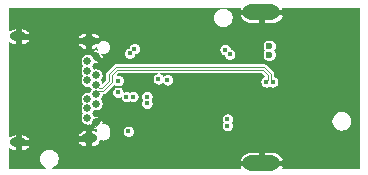
<source format=gbr>
%TF.GenerationSoftware,KiCad,Pcbnew,(5.1.10)-1*%
%TF.CreationDate,2022-01-31T11:01:00+08:00*%
%TF.ProjectId,VL160,564c3136-302e-46b6-9963-61645f706362,rev?*%
%TF.SameCoordinates,Original*%
%TF.FileFunction,Copper,L3,Inr*%
%TF.FilePolarity,Positive*%
%FSLAX46Y46*%
G04 Gerber Fmt 4.6, Leading zero omitted, Abs format (unit mm)*
G04 Created by KiCad (PCBNEW (5.1.10)-1) date 2022-01-31 11:01:00*
%MOMM*%
%LPD*%
G01*
G04 APERTURE LIST*
%TA.AperFunction,ComponentPad*%
%ADD10C,0.650000*%
%TD*%
%TA.AperFunction,ComponentPad*%
%ADD11O,1.400000X0.800000*%
%TD*%
%TA.AperFunction,ComponentPad*%
%ADD12O,3.200400X1.300480*%
%TD*%
%TA.AperFunction,ViaPad*%
%ADD13C,0.450000*%
%TD*%
%TA.AperFunction,ViaPad*%
%ADD14C,0.600000*%
%TD*%
%TA.AperFunction,Conductor*%
%ADD15C,0.117602*%
%TD*%
%TA.AperFunction,Conductor*%
%ADD16C,0.114300*%
%TD*%
%TA.AperFunction,Conductor*%
%ADD17C,0.100000*%
%TD*%
G04 APERTURE END LIST*
D10*
%TO.N,/RX1+*%
%TO.C,J1*%
X133820000Y-94755000D03*
%TO.N,/RX1-*%
X133820000Y-95555000D03*
%TO.N,N/C*%
X133820000Y-96355000D03*
%TO.N,/CC2*%
X133820000Y-97955000D03*
%TO.N,/TX2-*%
X133820000Y-98755000D03*
%TO.N,/TX2+*%
X133820000Y-99555000D03*
%TO.N,GND*%
X134520000Y-94355000D03*
%TO.N,VBUS*%
X134520000Y-95955000D03*
%TO.N,/D-*%
X134520000Y-96755000D03*
%TO.N,/D+*%
X134520000Y-97555000D03*
%TO.N,VBUS*%
X134520000Y-98355000D03*
%TO.N,GND*%
X134520000Y-99955000D03*
D11*
X127970000Y-92665000D03*
X127970000Y-101645000D03*
X133920000Y-101285000D03*
X133920000Y-93025000D03*
%TD*%
D12*
%TO.N,GND*%
%TO.C,J2*%
X148546820Y-90596720D03*
X148546820Y-103398320D03*
%TD*%
D13*
%TO.N,GND*%
X137287000Y-92870500D03*
X137287000Y-91821000D03*
X137287000Y-92329000D03*
X155702000Y-93345000D03*
X155702000Y-94361000D03*
X155702000Y-93853000D03*
X155702000Y-94869000D03*
X155702000Y-95885000D03*
X155702000Y-95377000D03*
X141097000Y-97536000D03*
X141605000Y-97536000D03*
X142113000Y-97536000D03*
X142113000Y-98171000D03*
X141605000Y-98171000D03*
X141097000Y-98171000D03*
X141097000Y-98806000D03*
X141605000Y-98806000D03*
X142113000Y-98806000D03*
X142113000Y-99441000D03*
X141605000Y-99441000D03*
X141097000Y-99441000D03*
D14*
%TO.N,VBUS*%
X149225000Y-94200500D03*
X149225000Y-93502000D03*
D13*
X137414000Y-94107000D03*
X137795000Y-93726000D03*
%TO.N,/CC1*%
X136421093Y-96405001D03*
X139827000Y-96266000D03*
%TO.N,/D+*%
X148949200Y-96520000D03*
%TO.N,/D-*%
X136406557Y-97395419D03*
X149500800Y-96520000D03*
%TO.N,/TX2+*%
X138863952Y-98330750D03*
%TO.N,/TX2-*%
X138863952Y-97779150D03*
%TO.N,/CC2*%
X137287000Y-100711000D03*
X140598341Y-96351402D03*
%TO.N,/RX1-*%
X137117990Y-97769790D03*
%TO.N,/RX1+*%
X137669590Y-97769790D03*
%TO.N,/TX+*%
X145473979Y-93784979D03*
%TO.N,/TX-*%
X145864021Y-94175021D03*
%TO.N,/RX+*%
X145669000Y-99673200D03*
%TO.N,/RX-*%
X145669000Y-100224800D03*
%TD*%
D15*
%TO.N,/D+*%
X134810399Y-97264601D02*
X135173399Y-97264601D01*
X134520000Y-97555000D02*
X134810399Y-97264601D01*
X135173399Y-97264601D02*
X135872601Y-96565399D01*
X135872601Y-96565399D02*
X135872601Y-95930399D01*
X135872601Y-95930399D02*
X136316399Y-95486601D01*
X136316399Y-95486601D02*
X148671601Y-95486601D01*
X149115399Y-96353801D02*
X148949200Y-96520000D01*
X148671601Y-95486601D02*
X149115399Y-95930399D01*
X149115399Y-95930399D02*
X149115399Y-96353801D01*
%TO.N,/D-*%
X134810399Y-97045399D02*
X135082601Y-97045399D01*
X134520000Y-96755000D02*
X134810399Y-97045399D01*
X135082601Y-97045399D02*
X135653399Y-96474601D01*
X135653399Y-96474601D02*
X135653399Y-95839601D01*
X135653399Y-95839601D02*
X136225601Y-95267399D01*
X136225601Y-95267399D02*
X148762399Y-95267399D01*
X148762399Y-95267399D02*
X149334601Y-95839601D01*
X149334601Y-95839601D02*
X149334601Y-96353801D01*
X149334601Y-96353801D02*
X149500800Y-96520000D01*
%TD*%
D16*
%TO.N,GND*%
X146752780Y-90263727D02*
X146777060Y-90399870D01*
X148349970Y-90399870D01*
X148349970Y-90221450D01*
X148743670Y-90221450D01*
X148743670Y-90399870D01*
X150316580Y-90399870D01*
X150340860Y-90263727D01*
X150325074Y-90221450D01*
X156778551Y-90221450D01*
X156778550Y-103778550D01*
X150323222Y-103778550D01*
X150340860Y-103731313D01*
X150316580Y-103595170D01*
X148743670Y-103595170D01*
X148743670Y-103778550D01*
X148349970Y-103778550D01*
X148349970Y-103595170D01*
X146777060Y-103595170D01*
X146752780Y-103731313D01*
X146770418Y-103778550D01*
X130846296Y-103778550D01*
X130950644Y-103735328D01*
X131087102Y-103644150D01*
X131203150Y-103528102D01*
X131294328Y-103391644D01*
X131357132Y-103240021D01*
X131389150Y-103079058D01*
X131389150Y-103065327D01*
X146752780Y-103065327D01*
X146777060Y-103201470D01*
X148349970Y-103201470D01*
X148349970Y-102490930D01*
X148743670Y-102490930D01*
X148743670Y-103201470D01*
X150316580Y-103201470D01*
X150340860Y-103065327D01*
X150277596Y-102895893D01*
X150164574Y-102753217D01*
X150025889Y-102635332D01*
X149866871Y-102546769D01*
X149693630Y-102490930D01*
X148743670Y-102490930D01*
X148349970Y-102490930D01*
X147400010Y-102490930D01*
X147226769Y-102546769D01*
X147067751Y-102635332D01*
X146929066Y-102753217D01*
X146816044Y-102895893D01*
X146752780Y-103065327D01*
X131389150Y-103065327D01*
X131389150Y-102914942D01*
X131357132Y-102753979D01*
X131294328Y-102602356D01*
X131203150Y-102465898D01*
X131087102Y-102349850D01*
X130950644Y-102258672D01*
X130799021Y-102195868D01*
X130638058Y-102163850D01*
X130473942Y-102163850D01*
X130312979Y-102195868D01*
X130161356Y-102258672D01*
X130024898Y-102349850D01*
X129908850Y-102465898D01*
X129817672Y-102602356D01*
X129754868Y-102753979D01*
X129722850Y-102914942D01*
X129722850Y-103079058D01*
X129754868Y-103240021D01*
X129817672Y-103391644D01*
X129908850Y-103528102D01*
X130024898Y-103644150D01*
X130161356Y-103735328D01*
X130265704Y-103778550D01*
X127221450Y-103778550D01*
X127221450Y-102152540D01*
X127289310Y-102208786D01*
X127406614Y-102272222D01*
X127534040Y-102311554D01*
X127666691Y-102325271D01*
X127773150Y-102253126D01*
X127773150Y-101841850D01*
X128166850Y-101841850D01*
X128166850Y-102253126D01*
X128273309Y-102325271D01*
X128405960Y-102311554D01*
X128533386Y-102272222D01*
X128650690Y-102208786D01*
X128753364Y-102123684D01*
X128837463Y-102020187D01*
X128858461Y-101937507D01*
X128829229Y-101841850D01*
X128166850Y-101841850D01*
X127773150Y-101841850D01*
X127753150Y-101841850D01*
X127753150Y-101577507D01*
X133031539Y-101577507D01*
X133052537Y-101660187D01*
X133136636Y-101763684D01*
X133239310Y-101848786D01*
X133356614Y-101912222D01*
X133484040Y-101951554D01*
X133616691Y-101965271D01*
X133723150Y-101893126D01*
X133723150Y-101481850D01*
X133060771Y-101481850D01*
X133031539Y-101577507D01*
X127753150Y-101577507D01*
X127753150Y-101448150D01*
X127773150Y-101448150D01*
X127773150Y-101036874D01*
X128166850Y-101036874D01*
X128166850Y-101448150D01*
X128829229Y-101448150D01*
X128858461Y-101352493D01*
X128837463Y-101269813D01*
X128753364Y-101166316D01*
X128650690Y-101081214D01*
X128533386Y-101017778D01*
X128451469Y-100992493D01*
X133031539Y-100992493D01*
X133060771Y-101088150D01*
X133723150Y-101088150D01*
X133723150Y-100676874D01*
X134116850Y-100676874D01*
X134116850Y-101088150D01*
X134136850Y-101088150D01*
X134136850Y-101481850D01*
X134116850Y-101481850D01*
X134116850Y-101893126D01*
X134223309Y-101965271D01*
X134355960Y-101951554D01*
X134483386Y-101912222D01*
X134600690Y-101848786D01*
X134703364Y-101763684D01*
X134787463Y-101660187D01*
X134808461Y-101577507D01*
X134779230Y-101481852D01*
X134877150Y-101481852D01*
X134877150Y-101408560D01*
X134946143Y-101445438D01*
X135055879Y-101478726D01*
X135170000Y-101489966D01*
X135284120Y-101478726D01*
X135393856Y-101445438D01*
X135494989Y-101391381D01*
X135583633Y-101318633D01*
X135656381Y-101229990D01*
X135710438Y-101128857D01*
X135743726Y-101019121D01*
X135752150Y-100933591D01*
X135752150Y-100663512D01*
X136804850Y-100663512D01*
X136804850Y-100758488D01*
X136823379Y-100851638D01*
X136859724Y-100939384D01*
X136912490Y-101018353D01*
X136979647Y-101085510D01*
X137058616Y-101138276D01*
X137146362Y-101174621D01*
X137239512Y-101193150D01*
X137334488Y-101193150D01*
X137427638Y-101174621D01*
X137515384Y-101138276D01*
X137594353Y-101085510D01*
X137661510Y-101018353D01*
X137714276Y-100939384D01*
X137750621Y-100851638D01*
X137769150Y-100758488D01*
X137769150Y-100663512D01*
X137750621Y-100570362D01*
X137714276Y-100482616D01*
X137661510Y-100403647D01*
X137594353Y-100336490D01*
X137515384Y-100283724D01*
X137427638Y-100247379D01*
X137334488Y-100228850D01*
X137239512Y-100228850D01*
X137146362Y-100247379D01*
X137058616Y-100283724D01*
X136979647Y-100336490D01*
X136912490Y-100403647D01*
X136859724Y-100482616D01*
X136823379Y-100570362D01*
X136804850Y-100663512D01*
X135752150Y-100663512D01*
X135752150Y-100576410D01*
X135743726Y-100490880D01*
X135710438Y-100381144D01*
X135656381Y-100280010D01*
X135583633Y-100191367D01*
X135494990Y-100118619D01*
X135393857Y-100064562D01*
X135284121Y-100031274D01*
X135170000Y-100020034D01*
X135098845Y-100027042D01*
X135102664Y-100006851D01*
X135101584Y-99892182D01*
X135081354Y-99790473D01*
X135000044Y-99753344D01*
X134798388Y-99955000D01*
X134812530Y-99969142D01*
X134534142Y-100247530D01*
X134520000Y-100233388D01*
X134318344Y-100435044D01*
X134355473Y-100516354D01*
X134468149Y-100537664D01*
X134582818Y-100536584D01*
X134591951Y-100534767D01*
X134587850Y-100576409D01*
X134587850Y-100714270D01*
X134483386Y-100657778D01*
X134355960Y-100618446D01*
X134223309Y-100604729D01*
X134116850Y-100676874D01*
X133723150Y-100676874D01*
X133616691Y-100604729D01*
X133484040Y-100618446D01*
X133356614Y-100657778D01*
X133239310Y-100721214D01*
X133136636Y-100806316D01*
X133052537Y-100909813D01*
X133031539Y-100992493D01*
X128451469Y-100992493D01*
X128405960Y-100978446D01*
X128273309Y-100964729D01*
X128166850Y-101036874D01*
X127773150Y-101036874D01*
X127666691Y-100964729D01*
X127534040Y-100978446D01*
X127406614Y-101017778D01*
X127289310Y-101081214D01*
X127221450Y-101137460D01*
X127221450Y-94697663D01*
X133237850Y-94697663D01*
X133237850Y-94812337D01*
X133260221Y-94924807D01*
X133304105Y-95030752D01*
X133367814Y-95126099D01*
X133396715Y-95155000D01*
X133367814Y-95183901D01*
X133304105Y-95279248D01*
X133260221Y-95385193D01*
X133237850Y-95497663D01*
X133237850Y-95612337D01*
X133260221Y-95724807D01*
X133304105Y-95830752D01*
X133367814Y-95926099D01*
X133396715Y-95955000D01*
X133367814Y-95983901D01*
X133304105Y-96079248D01*
X133260221Y-96185193D01*
X133237850Y-96297663D01*
X133237850Y-96412337D01*
X133260221Y-96524807D01*
X133304105Y-96630752D01*
X133367814Y-96726099D01*
X133448901Y-96807186D01*
X133544248Y-96870895D01*
X133650193Y-96914779D01*
X133762663Y-96937150D01*
X133877337Y-96937150D01*
X133959428Y-96920822D01*
X133960221Y-96924807D01*
X134004105Y-97030752D01*
X134067814Y-97126099D01*
X134096715Y-97155000D01*
X134067814Y-97183901D01*
X134004105Y-97279248D01*
X133960221Y-97385193D01*
X133959428Y-97389178D01*
X133877337Y-97372850D01*
X133762663Y-97372850D01*
X133650193Y-97395221D01*
X133544248Y-97439105D01*
X133448901Y-97502814D01*
X133367814Y-97583901D01*
X133304105Y-97679248D01*
X133260221Y-97785193D01*
X133237850Y-97897663D01*
X133237850Y-98012337D01*
X133260221Y-98124807D01*
X133304105Y-98230752D01*
X133367814Y-98326099D01*
X133396715Y-98355000D01*
X133367814Y-98383901D01*
X133304105Y-98479248D01*
X133260221Y-98585193D01*
X133237850Y-98697663D01*
X133237850Y-98812337D01*
X133260221Y-98924807D01*
X133304105Y-99030752D01*
X133367814Y-99126099D01*
X133396715Y-99155000D01*
X133367814Y-99183901D01*
X133304105Y-99279248D01*
X133260221Y-99385193D01*
X133237850Y-99497663D01*
X133237850Y-99612337D01*
X133260221Y-99724807D01*
X133304105Y-99830752D01*
X133367814Y-99926099D01*
X133448901Y-100007186D01*
X133544248Y-100070895D01*
X133650193Y-100114779D01*
X133762663Y-100137150D01*
X133877337Y-100137150D01*
X133960858Y-100120537D01*
X134039956Y-100156656D01*
X134186057Y-100010555D01*
X134191099Y-100007186D01*
X134272186Y-99926099D01*
X134332510Y-99835818D01*
X134505858Y-99662470D01*
X134520000Y-99676612D01*
X134570900Y-99625712D01*
X145186850Y-99625712D01*
X145186850Y-99720688D01*
X145205379Y-99813838D01*
X145241724Y-99901584D01*
X145273407Y-99949000D01*
X145241724Y-99996416D01*
X145205379Y-100084162D01*
X145186850Y-100177312D01*
X145186850Y-100272288D01*
X145205379Y-100365438D01*
X145241724Y-100453184D01*
X145294490Y-100532153D01*
X145361647Y-100599310D01*
X145440616Y-100652076D01*
X145528362Y-100688421D01*
X145621512Y-100706950D01*
X145716488Y-100706950D01*
X145809638Y-100688421D01*
X145897384Y-100652076D01*
X145976353Y-100599310D01*
X146043510Y-100532153D01*
X146096276Y-100453184D01*
X146132621Y-100365438D01*
X146151150Y-100272288D01*
X146151150Y-100177312D01*
X146132621Y-100084162D01*
X146096276Y-99996416D01*
X146064593Y-99949000D01*
X146096276Y-99901584D01*
X146132621Y-99813838D01*
X146147320Y-99739942D01*
X154487850Y-99739942D01*
X154487850Y-99904058D01*
X154519868Y-100065021D01*
X154582672Y-100216644D01*
X154673850Y-100353102D01*
X154789898Y-100469150D01*
X154926356Y-100560328D01*
X155077979Y-100623132D01*
X155238942Y-100655150D01*
X155403058Y-100655150D01*
X155564021Y-100623132D01*
X155715644Y-100560328D01*
X155852102Y-100469150D01*
X155968150Y-100353102D01*
X156059328Y-100216644D01*
X156122132Y-100065021D01*
X156154150Y-99904058D01*
X156154150Y-99739942D01*
X156122132Y-99578979D01*
X156059328Y-99427356D01*
X155968150Y-99290898D01*
X155852102Y-99174850D01*
X155715644Y-99083672D01*
X155564021Y-99020868D01*
X155403058Y-98988850D01*
X155238942Y-98988850D01*
X155077979Y-99020868D01*
X154926356Y-99083672D01*
X154789898Y-99174850D01*
X154673850Y-99290898D01*
X154582672Y-99427356D01*
X154519868Y-99578979D01*
X154487850Y-99739942D01*
X146147320Y-99739942D01*
X146151150Y-99720688D01*
X146151150Y-99625712D01*
X146132621Y-99532562D01*
X146096276Y-99444816D01*
X146043510Y-99365847D01*
X145976353Y-99298690D01*
X145897384Y-99245924D01*
X145809638Y-99209579D01*
X145716488Y-99191050D01*
X145621512Y-99191050D01*
X145528362Y-99209579D01*
X145440616Y-99245924D01*
X145361647Y-99298690D01*
X145294490Y-99365847D01*
X145241724Y-99444816D01*
X145205379Y-99532562D01*
X145186850Y-99625712D01*
X134570900Y-99625712D01*
X134721656Y-99474956D01*
X134684527Y-99393646D01*
X134571851Y-99372336D01*
X134457182Y-99373416D01*
X134380471Y-99388674D01*
X134379779Y-99385193D01*
X134335895Y-99279248D01*
X134272186Y-99183901D01*
X134243285Y-99155000D01*
X134272186Y-99126099D01*
X134335895Y-99030752D01*
X134379779Y-98924807D01*
X134380572Y-98920822D01*
X134462663Y-98937150D01*
X134577337Y-98937150D01*
X134689807Y-98914779D01*
X134795752Y-98870895D01*
X134891099Y-98807186D01*
X134972186Y-98726099D01*
X135035895Y-98630752D01*
X135079779Y-98524807D01*
X135102150Y-98412337D01*
X135102150Y-98297663D01*
X135079779Y-98185193D01*
X135035895Y-98079248D01*
X134972186Y-97983901D01*
X134943285Y-97955000D01*
X134972186Y-97926099D01*
X135035895Y-97830752D01*
X135079779Y-97724807D01*
X135102150Y-97612337D01*
X135102150Y-97580552D01*
X135157887Y-97580552D01*
X135173399Y-97582080D01*
X135188911Y-97580552D01*
X135188914Y-97580552D01*
X135235336Y-97575980D01*
X135294893Y-97557913D01*
X135349781Y-97528575D01*
X135397891Y-97489093D01*
X135407789Y-97477032D01*
X135536890Y-97347931D01*
X135924407Y-97347931D01*
X135924407Y-97442907D01*
X135942936Y-97536057D01*
X135979281Y-97623803D01*
X136032047Y-97702772D01*
X136099204Y-97769929D01*
X136178173Y-97822695D01*
X136265919Y-97859040D01*
X136359069Y-97877569D01*
X136454045Y-97877569D01*
X136547195Y-97859040D01*
X136634941Y-97822695D01*
X136636686Y-97821529D01*
X136654369Y-97910428D01*
X136690714Y-97998174D01*
X136743480Y-98077143D01*
X136810637Y-98144300D01*
X136889606Y-98197066D01*
X136977352Y-98233411D01*
X137070502Y-98251940D01*
X137165478Y-98251940D01*
X137258628Y-98233411D01*
X137346374Y-98197066D01*
X137393790Y-98165383D01*
X137441206Y-98197066D01*
X137528952Y-98233411D01*
X137622102Y-98251940D01*
X137717078Y-98251940D01*
X137810228Y-98233411D01*
X137897974Y-98197066D01*
X137976943Y-98144300D01*
X138044100Y-98077143D01*
X138096866Y-97998174D01*
X138133211Y-97910428D01*
X138151740Y-97817278D01*
X138151740Y-97731662D01*
X138381802Y-97731662D01*
X138381802Y-97826638D01*
X138400331Y-97919788D01*
X138436676Y-98007534D01*
X138468359Y-98054950D01*
X138436676Y-98102366D01*
X138400331Y-98190112D01*
X138381802Y-98283262D01*
X138381802Y-98378238D01*
X138400331Y-98471388D01*
X138436676Y-98559134D01*
X138489442Y-98638103D01*
X138556599Y-98705260D01*
X138635568Y-98758026D01*
X138723314Y-98794371D01*
X138816464Y-98812900D01*
X138911440Y-98812900D01*
X139004590Y-98794371D01*
X139092336Y-98758026D01*
X139171305Y-98705260D01*
X139238462Y-98638103D01*
X139291228Y-98559134D01*
X139327573Y-98471388D01*
X139346102Y-98378238D01*
X139346102Y-98283262D01*
X139327573Y-98190112D01*
X139291228Y-98102366D01*
X139259545Y-98054950D01*
X139291228Y-98007534D01*
X139327573Y-97919788D01*
X139346102Y-97826638D01*
X139346102Y-97731662D01*
X139327573Y-97638512D01*
X139291228Y-97550766D01*
X139238462Y-97471797D01*
X139171305Y-97404640D01*
X139092336Y-97351874D01*
X139004590Y-97315529D01*
X138911440Y-97297000D01*
X138816464Y-97297000D01*
X138723314Y-97315529D01*
X138635568Y-97351874D01*
X138556599Y-97404640D01*
X138489442Y-97471797D01*
X138436676Y-97550766D01*
X138400331Y-97638512D01*
X138381802Y-97731662D01*
X138151740Y-97731662D01*
X138151740Y-97722302D01*
X138133211Y-97629152D01*
X138096866Y-97541406D01*
X138044100Y-97462437D01*
X137976943Y-97395280D01*
X137897974Y-97342514D01*
X137810228Y-97306169D01*
X137717078Y-97287640D01*
X137622102Y-97287640D01*
X137528952Y-97306169D01*
X137441206Y-97342514D01*
X137393790Y-97374197D01*
X137346374Y-97342514D01*
X137258628Y-97306169D01*
X137165478Y-97287640D01*
X137070502Y-97287640D01*
X136977352Y-97306169D01*
X136889606Y-97342514D01*
X136887861Y-97343680D01*
X136870178Y-97254781D01*
X136833833Y-97167035D01*
X136781067Y-97088066D01*
X136713910Y-97020909D01*
X136634941Y-96968143D01*
X136547195Y-96931798D01*
X136454045Y-96913269D01*
X136359069Y-96913269D01*
X136265919Y-96931798D01*
X136178173Y-96968143D01*
X136099204Y-97020909D01*
X136032047Y-97088066D01*
X135979281Y-97167035D01*
X135942936Y-97254781D01*
X135924407Y-97347931D01*
X135536890Y-97347931D01*
X136085039Y-96799783D01*
X136097093Y-96789891D01*
X136109275Y-96775046D01*
X136113740Y-96779511D01*
X136192709Y-96832277D01*
X136280455Y-96868622D01*
X136373605Y-96887151D01*
X136468581Y-96887151D01*
X136561731Y-96868622D01*
X136649477Y-96832277D01*
X136728446Y-96779511D01*
X136795603Y-96712354D01*
X136848369Y-96633385D01*
X136884714Y-96545639D01*
X136903243Y-96452489D01*
X136903243Y-96357513D01*
X136884714Y-96264363D01*
X136848369Y-96176617D01*
X136795603Y-96097648D01*
X136728446Y-96030491D01*
X136649477Y-95977725D01*
X136561731Y-95941380D01*
X136468581Y-95922851D01*
X136373605Y-95922851D01*
X136315391Y-95934431D01*
X136447270Y-95802552D01*
X139685944Y-95802552D01*
X139598616Y-95838724D01*
X139519647Y-95891490D01*
X139452490Y-95958647D01*
X139399724Y-96037616D01*
X139363379Y-96125362D01*
X139344850Y-96218512D01*
X139344850Y-96313488D01*
X139363379Y-96406638D01*
X139399724Y-96494384D01*
X139452490Y-96573353D01*
X139519647Y-96640510D01*
X139598616Y-96693276D01*
X139686362Y-96729621D01*
X139779512Y-96748150D01*
X139874488Y-96748150D01*
X139967638Y-96729621D01*
X140055384Y-96693276D01*
X140134353Y-96640510D01*
X140180683Y-96594180D01*
X140223831Y-96658755D01*
X140290988Y-96725912D01*
X140369957Y-96778678D01*
X140457703Y-96815023D01*
X140550853Y-96833552D01*
X140645829Y-96833552D01*
X140738979Y-96815023D01*
X140826725Y-96778678D01*
X140905694Y-96725912D01*
X140972851Y-96658755D01*
X141025617Y-96579786D01*
X141061962Y-96492040D01*
X141080491Y-96398890D01*
X141080491Y-96303914D01*
X141061962Y-96210764D01*
X141025617Y-96123018D01*
X140972851Y-96044049D01*
X140905694Y-95976892D01*
X140826725Y-95924126D01*
X140738979Y-95887781D01*
X140645829Y-95869252D01*
X140550853Y-95869252D01*
X140457703Y-95887781D01*
X140369957Y-95924126D01*
X140290988Y-95976892D01*
X140244658Y-96023222D01*
X140201510Y-95958647D01*
X140134353Y-95891490D01*
X140055384Y-95838724D01*
X139968056Y-95802552D01*
X148540731Y-95802552D01*
X148798659Y-96060481D01*
X148720816Y-96092724D01*
X148641847Y-96145490D01*
X148574690Y-96212647D01*
X148521924Y-96291616D01*
X148485579Y-96379362D01*
X148467050Y-96472512D01*
X148467050Y-96567488D01*
X148485579Y-96660638D01*
X148521924Y-96748384D01*
X148574690Y-96827353D01*
X148641847Y-96894510D01*
X148720816Y-96947276D01*
X148808562Y-96983621D01*
X148901712Y-97002150D01*
X148996688Y-97002150D01*
X149089838Y-96983621D01*
X149177584Y-96947276D01*
X149225000Y-96915593D01*
X149272416Y-96947276D01*
X149360162Y-96983621D01*
X149453312Y-97002150D01*
X149548288Y-97002150D01*
X149641438Y-96983621D01*
X149729184Y-96947276D01*
X149808153Y-96894510D01*
X149875310Y-96827353D01*
X149928076Y-96748384D01*
X149964421Y-96660638D01*
X149982950Y-96567488D01*
X149982950Y-96472512D01*
X149964421Y-96379362D01*
X149928076Y-96291616D01*
X149875310Y-96212647D01*
X149808153Y-96145490D01*
X149729184Y-96092724D01*
X149650552Y-96060154D01*
X149650552Y-95855113D01*
X149652080Y-95839601D01*
X149650552Y-95824086D01*
X149645980Y-95777664D01*
X149627913Y-95718107D01*
X149598576Y-95663220D01*
X149598575Y-95663218D01*
X149577129Y-95637087D01*
X149559093Y-95615109D01*
X149547039Y-95605217D01*
X148996789Y-95054968D01*
X148986891Y-95042907D01*
X148938781Y-95003425D01*
X148883893Y-94974087D01*
X148824336Y-94956020D01*
X148777914Y-94951448D01*
X148777911Y-94951448D01*
X148762399Y-94949920D01*
X148746887Y-94951448D01*
X136241113Y-94951448D01*
X136225601Y-94949920D01*
X136210089Y-94951448D01*
X136210086Y-94951448D01*
X136163664Y-94956020D01*
X136108185Y-94972850D01*
X136104107Y-94974087D01*
X136049218Y-95003425D01*
X136030795Y-95018545D01*
X136001109Y-95042907D01*
X135991215Y-95054963D01*
X135440963Y-95605216D01*
X135428908Y-95615109D01*
X135410872Y-95637087D01*
X135389425Y-95663219D01*
X135360087Y-95718108D01*
X135349195Y-95754016D01*
X135343482Y-95772850D01*
X135342021Y-95777665D01*
X135335920Y-95839601D01*
X135337449Y-95855123D01*
X135337448Y-96343730D01*
X135082468Y-96598711D01*
X135079779Y-96585193D01*
X135035895Y-96479248D01*
X134972186Y-96383901D01*
X134943285Y-96355000D01*
X134972186Y-96326099D01*
X135035895Y-96230752D01*
X135079779Y-96124807D01*
X135102150Y-96012337D01*
X135102150Y-95897663D01*
X135079779Y-95785193D01*
X135035895Y-95679248D01*
X134972186Y-95583901D01*
X134891099Y-95502814D01*
X134795752Y-95439105D01*
X134689807Y-95395221D01*
X134577337Y-95372850D01*
X134462663Y-95372850D01*
X134380572Y-95389178D01*
X134379779Y-95385193D01*
X134335895Y-95279248D01*
X134272186Y-95183901D01*
X134243285Y-95155000D01*
X134272186Y-95126099D01*
X134335895Y-95030752D01*
X134379779Y-94924807D01*
X134380518Y-94921091D01*
X134468149Y-94937664D01*
X134582818Y-94936584D01*
X134684527Y-94916354D01*
X134721656Y-94835044D01*
X134520000Y-94633388D01*
X134505858Y-94647530D01*
X134332510Y-94474182D01*
X134272186Y-94383901D01*
X134191099Y-94302814D01*
X134186057Y-94299445D01*
X134039956Y-94153344D01*
X133960858Y-94189463D01*
X133877337Y-94172850D01*
X133762663Y-94172850D01*
X133650193Y-94195221D01*
X133544248Y-94239105D01*
X133448901Y-94302814D01*
X133367814Y-94383901D01*
X133304105Y-94479248D01*
X133260221Y-94585193D01*
X133237850Y-94697663D01*
X127221450Y-94697663D01*
X127221450Y-93172540D01*
X127289310Y-93228786D01*
X127406614Y-93292222D01*
X127534040Y-93331554D01*
X127666691Y-93345271D01*
X127773150Y-93273126D01*
X127773150Y-92861850D01*
X128166850Y-92861850D01*
X128166850Y-93273126D01*
X128273309Y-93345271D01*
X128405960Y-93331554D01*
X128451468Y-93317507D01*
X133031539Y-93317507D01*
X133052537Y-93400187D01*
X133136636Y-93503684D01*
X133239310Y-93588786D01*
X133356614Y-93652222D01*
X133484040Y-93691554D01*
X133616691Y-93705271D01*
X133723150Y-93633126D01*
X133723150Y-93221850D01*
X134116850Y-93221850D01*
X134116850Y-93633126D01*
X134223309Y-93705271D01*
X134355960Y-93691554D01*
X134483386Y-93652222D01*
X134587850Y-93595730D01*
X134587850Y-93612337D01*
X134610221Y-93724807D01*
X134634843Y-93784249D01*
X134571851Y-93772336D01*
X134457182Y-93773416D01*
X134355473Y-93793646D01*
X134318344Y-93874956D01*
X134520000Y-94076612D01*
X134534142Y-94062470D01*
X134812530Y-94340858D01*
X134798388Y-94355000D01*
X135000044Y-94556656D01*
X135081354Y-94519527D01*
X135102664Y-94406851D01*
X135101584Y-94292182D01*
X135081354Y-94190473D01*
X135000046Y-94153345D01*
X135032238Y-94121153D01*
X135112663Y-94137150D01*
X135227337Y-94137150D01*
X135339807Y-94114779D01*
X135445752Y-94070895D01*
X135462787Y-94059512D01*
X136931850Y-94059512D01*
X136931850Y-94154488D01*
X136950379Y-94247638D01*
X136986724Y-94335384D01*
X137039490Y-94414353D01*
X137106647Y-94481510D01*
X137185616Y-94534276D01*
X137273362Y-94570621D01*
X137366512Y-94589150D01*
X137461488Y-94589150D01*
X137554638Y-94570621D01*
X137642384Y-94534276D01*
X137721353Y-94481510D01*
X137788510Y-94414353D01*
X137841276Y-94335384D01*
X137877621Y-94247638D01*
X137887247Y-94199247D01*
X137935638Y-94189621D01*
X138023384Y-94153276D01*
X138102353Y-94100510D01*
X138169510Y-94033353D01*
X138222276Y-93954384D01*
X138258621Y-93866638D01*
X138277150Y-93773488D01*
X138277150Y-93737491D01*
X144991829Y-93737491D01*
X144991829Y-93832467D01*
X145010358Y-93925617D01*
X145046703Y-94013363D01*
X145099469Y-94092332D01*
X145166626Y-94159489D01*
X145245595Y-94212255D01*
X145333341Y-94248600D01*
X145389274Y-94259726D01*
X145400400Y-94315659D01*
X145436745Y-94403405D01*
X145489511Y-94482374D01*
X145556668Y-94549531D01*
X145635637Y-94602297D01*
X145723383Y-94638642D01*
X145816533Y-94657171D01*
X145911509Y-94657171D01*
X146004659Y-94638642D01*
X146092405Y-94602297D01*
X146171374Y-94549531D01*
X146238531Y-94482374D01*
X146291297Y-94403405D01*
X146327642Y-94315659D01*
X146346171Y-94222509D01*
X146346171Y-94127533D01*
X146327642Y-94034383D01*
X146291297Y-93946637D01*
X146238531Y-93867668D01*
X146171374Y-93800511D01*
X146092405Y-93747745D01*
X146004659Y-93711400D01*
X145948726Y-93700274D01*
X145937600Y-93644341D01*
X145901255Y-93556595D01*
X145848489Y-93477626D01*
X145817988Y-93447125D01*
X148667850Y-93447125D01*
X148667850Y-93556875D01*
X148689261Y-93664515D01*
X148731260Y-93765910D01*
X148788282Y-93851250D01*
X148731260Y-93936590D01*
X148689261Y-94037985D01*
X148667850Y-94145625D01*
X148667850Y-94255375D01*
X148689261Y-94363015D01*
X148731260Y-94464410D01*
X148792233Y-94555663D01*
X148869837Y-94633267D01*
X148961090Y-94694240D01*
X149062485Y-94736239D01*
X149170125Y-94757650D01*
X149279875Y-94757650D01*
X149387515Y-94736239D01*
X149488910Y-94694240D01*
X149580163Y-94633267D01*
X149657767Y-94555663D01*
X149718740Y-94464410D01*
X149760739Y-94363015D01*
X149782150Y-94255375D01*
X149782150Y-94145625D01*
X149760739Y-94037985D01*
X149718740Y-93936590D01*
X149661718Y-93851250D01*
X149718740Y-93765910D01*
X149760739Y-93664515D01*
X149782150Y-93556875D01*
X149782150Y-93447125D01*
X149760739Y-93339485D01*
X149718740Y-93238090D01*
X149657767Y-93146837D01*
X149580163Y-93069233D01*
X149488910Y-93008260D01*
X149387515Y-92966261D01*
X149279875Y-92944850D01*
X149170125Y-92944850D01*
X149062485Y-92966261D01*
X148961090Y-93008260D01*
X148869837Y-93069233D01*
X148792233Y-93146837D01*
X148731260Y-93238090D01*
X148689261Y-93339485D01*
X148667850Y-93447125D01*
X145817988Y-93447125D01*
X145781332Y-93410469D01*
X145702363Y-93357703D01*
X145614617Y-93321358D01*
X145521467Y-93302829D01*
X145426491Y-93302829D01*
X145333341Y-93321358D01*
X145245595Y-93357703D01*
X145166626Y-93410469D01*
X145099469Y-93477626D01*
X145046703Y-93556595D01*
X145010358Y-93644341D01*
X144991829Y-93737491D01*
X138277150Y-93737491D01*
X138277150Y-93678512D01*
X138258621Y-93585362D01*
X138222276Y-93497616D01*
X138169510Y-93418647D01*
X138102353Y-93351490D01*
X138023384Y-93298724D01*
X137935638Y-93262379D01*
X137842488Y-93243850D01*
X137747512Y-93243850D01*
X137654362Y-93262379D01*
X137566616Y-93298724D01*
X137487647Y-93351490D01*
X137420490Y-93418647D01*
X137367724Y-93497616D01*
X137331379Y-93585362D01*
X137321753Y-93633753D01*
X137273362Y-93643379D01*
X137185616Y-93679724D01*
X137106647Y-93732490D01*
X137039490Y-93799647D01*
X136986724Y-93878616D01*
X136950379Y-93966362D01*
X136931850Y-94059512D01*
X135462787Y-94059512D01*
X135541099Y-94007186D01*
X135622186Y-93926099D01*
X135685895Y-93830752D01*
X135729779Y-93724807D01*
X135752150Y-93612337D01*
X135752150Y-93497663D01*
X135729779Y-93385193D01*
X135685895Y-93279248D01*
X135622186Y-93183901D01*
X135541099Y-93102814D01*
X135445752Y-93039105D01*
X135339807Y-92995221D01*
X135227337Y-92972850D01*
X135112663Y-92972850D01*
X135000193Y-92995221D01*
X134894248Y-93039105D01*
X134798901Y-93102814D01*
X134717814Y-93183901D01*
X134692457Y-93221850D01*
X134116850Y-93221850D01*
X133723150Y-93221850D01*
X133060771Y-93221850D01*
X133031539Y-93317507D01*
X128451468Y-93317507D01*
X128533386Y-93292222D01*
X128650690Y-93228786D01*
X128753364Y-93143684D01*
X128837463Y-93040187D01*
X128858461Y-92957507D01*
X128829229Y-92861850D01*
X128166850Y-92861850D01*
X127773150Y-92861850D01*
X127753150Y-92861850D01*
X127753150Y-92732493D01*
X133031539Y-92732493D01*
X133060771Y-92828150D01*
X133723150Y-92828150D01*
X133723150Y-92416874D01*
X134116850Y-92416874D01*
X134116850Y-92828150D01*
X134779229Y-92828150D01*
X134808461Y-92732493D01*
X134787463Y-92649813D01*
X134703364Y-92546316D01*
X134600690Y-92461214D01*
X134483386Y-92397778D01*
X134355960Y-92358446D01*
X134223309Y-92344729D01*
X134116850Y-92416874D01*
X133723150Y-92416874D01*
X133616691Y-92344729D01*
X133484040Y-92358446D01*
X133356614Y-92397778D01*
X133239310Y-92461214D01*
X133136636Y-92546316D01*
X133052537Y-92649813D01*
X133031539Y-92732493D01*
X127753150Y-92732493D01*
X127753150Y-92468150D01*
X127773150Y-92468150D01*
X127773150Y-92056874D01*
X128166850Y-92056874D01*
X128166850Y-92468150D01*
X128829229Y-92468150D01*
X128858461Y-92372493D01*
X128837463Y-92289813D01*
X128753364Y-92186316D01*
X128650690Y-92101214D01*
X128533386Y-92037778D01*
X128405960Y-91998446D01*
X128273309Y-91984729D01*
X128166850Y-92056874D01*
X127773150Y-92056874D01*
X127666691Y-91984729D01*
X127534040Y-91998446D01*
X127406614Y-92037778D01*
X127289310Y-92101214D01*
X127221450Y-92157460D01*
X127221450Y-90976942D01*
X144454850Y-90976942D01*
X144454850Y-91141058D01*
X144486868Y-91302021D01*
X144549672Y-91453644D01*
X144640850Y-91590102D01*
X144756898Y-91706150D01*
X144893356Y-91797328D01*
X145044979Y-91860132D01*
X145205942Y-91892150D01*
X145370058Y-91892150D01*
X145531021Y-91860132D01*
X145682644Y-91797328D01*
X145819102Y-91706150D01*
X145935150Y-91590102D01*
X146026328Y-91453644D01*
X146089132Y-91302021D01*
X146121150Y-91141058D01*
X146121150Y-90976942D01*
X146111756Y-90929713D01*
X146752780Y-90929713D01*
X146816044Y-91099147D01*
X146929066Y-91241823D01*
X147067751Y-91359708D01*
X147226769Y-91448271D01*
X147400010Y-91504110D01*
X148349970Y-91504110D01*
X148349970Y-90793570D01*
X148743670Y-90793570D01*
X148743670Y-91504110D01*
X149693630Y-91504110D01*
X149866871Y-91448271D01*
X150025889Y-91359708D01*
X150164574Y-91241823D01*
X150277596Y-91099147D01*
X150340860Y-90929713D01*
X150316580Y-90793570D01*
X148743670Y-90793570D01*
X148349970Y-90793570D01*
X146777060Y-90793570D01*
X146752780Y-90929713D01*
X146111756Y-90929713D01*
X146089132Y-90815979D01*
X146026328Y-90664356D01*
X145935150Y-90527898D01*
X145819102Y-90411850D01*
X145682644Y-90320672D01*
X145531021Y-90257868D01*
X145370058Y-90225850D01*
X145205942Y-90225850D01*
X145044979Y-90257868D01*
X144893356Y-90320672D01*
X144756898Y-90411850D01*
X144640850Y-90527898D01*
X144549672Y-90664356D01*
X144486868Y-90815979D01*
X144454850Y-90976942D01*
X127221450Y-90976942D01*
X127221450Y-90221450D01*
X146768566Y-90221450D01*
X146752780Y-90263727D01*
%TA.AperFunction,Conductor*%
D17*
G36*
X146752780Y-90263727D02*
G01*
X146777060Y-90399870D01*
X148349970Y-90399870D01*
X148349970Y-90221450D01*
X148743670Y-90221450D01*
X148743670Y-90399870D01*
X150316580Y-90399870D01*
X150340860Y-90263727D01*
X150325074Y-90221450D01*
X156778551Y-90221450D01*
X156778550Y-103778550D01*
X150323222Y-103778550D01*
X150340860Y-103731313D01*
X150316580Y-103595170D01*
X148743670Y-103595170D01*
X148743670Y-103778550D01*
X148349970Y-103778550D01*
X148349970Y-103595170D01*
X146777060Y-103595170D01*
X146752780Y-103731313D01*
X146770418Y-103778550D01*
X130846296Y-103778550D01*
X130950644Y-103735328D01*
X131087102Y-103644150D01*
X131203150Y-103528102D01*
X131294328Y-103391644D01*
X131357132Y-103240021D01*
X131389150Y-103079058D01*
X131389150Y-103065327D01*
X146752780Y-103065327D01*
X146777060Y-103201470D01*
X148349970Y-103201470D01*
X148349970Y-102490930D01*
X148743670Y-102490930D01*
X148743670Y-103201470D01*
X150316580Y-103201470D01*
X150340860Y-103065327D01*
X150277596Y-102895893D01*
X150164574Y-102753217D01*
X150025889Y-102635332D01*
X149866871Y-102546769D01*
X149693630Y-102490930D01*
X148743670Y-102490930D01*
X148349970Y-102490930D01*
X147400010Y-102490930D01*
X147226769Y-102546769D01*
X147067751Y-102635332D01*
X146929066Y-102753217D01*
X146816044Y-102895893D01*
X146752780Y-103065327D01*
X131389150Y-103065327D01*
X131389150Y-102914942D01*
X131357132Y-102753979D01*
X131294328Y-102602356D01*
X131203150Y-102465898D01*
X131087102Y-102349850D01*
X130950644Y-102258672D01*
X130799021Y-102195868D01*
X130638058Y-102163850D01*
X130473942Y-102163850D01*
X130312979Y-102195868D01*
X130161356Y-102258672D01*
X130024898Y-102349850D01*
X129908850Y-102465898D01*
X129817672Y-102602356D01*
X129754868Y-102753979D01*
X129722850Y-102914942D01*
X129722850Y-103079058D01*
X129754868Y-103240021D01*
X129817672Y-103391644D01*
X129908850Y-103528102D01*
X130024898Y-103644150D01*
X130161356Y-103735328D01*
X130265704Y-103778550D01*
X127221450Y-103778550D01*
X127221450Y-102152540D01*
X127289310Y-102208786D01*
X127406614Y-102272222D01*
X127534040Y-102311554D01*
X127666691Y-102325271D01*
X127773150Y-102253126D01*
X127773150Y-101841850D01*
X128166850Y-101841850D01*
X128166850Y-102253126D01*
X128273309Y-102325271D01*
X128405960Y-102311554D01*
X128533386Y-102272222D01*
X128650690Y-102208786D01*
X128753364Y-102123684D01*
X128837463Y-102020187D01*
X128858461Y-101937507D01*
X128829229Y-101841850D01*
X128166850Y-101841850D01*
X127773150Y-101841850D01*
X127753150Y-101841850D01*
X127753150Y-101577507D01*
X133031539Y-101577507D01*
X133052537Y-101660187D01*
X133136636Y-101763684D01*
X133239310Y-101848786D01*
X133356614Y-101912222D01*
X133484040Y-101951554D01*
X133616691Y-101965271D01*
X133723150Y-101893126D01*
X133723150Y-101481850D01*
X133060771Y-101481850D01*
X133031539Y-101577507D01*
X127753150Y-101577507D01*
X127753150Y-101448150D01*
X127773150Y-101448150D01*
X127773150Y-101036874D01*
X128166850Y-101036874D01*
X128166850Y-101448150D01*
X128829229Y-101448150D01*
X128858461Y-101352493D01*
X128837463Y-101269813D01*
X128753364Y-101166316D01*
X128650690Y-101081214D01*
X128533386Y-101017778D01*
X128451469Y-100992493D01*
X133031539Y-100992493D01*
X133060771Y-101088150D01*
X133723150Y-101088150D01*
X133723150Y-100676874D01*
X134116850Y-100676874D01*
X134116850Y-101088150D01*
X134136850Y-101088150D01*
X134136850Y-101481850D01*
X134116850Y-101481850D01*
X134116850Y-101893126D01*
X134223309Y-101965271D01*
X134355960Y-101951554D01*
X134483386Y-101912222D01*
X134600690Y-101848786D01*
X134703364Y-101763684D01*
X134787463Y-101660187D01*
X134808461Y-101577507D01*
X134779230Y-101481852D01*
X134877150Y-101481852D01*
X134877150Y-101408560D01*
X134946143Y-101445438D01*
X135055879Y-101478726D01*
X135170000Y-101489966D01*
X135284120Y-101478726D01*
X135393856Y-101445438D01*
X135494989Y-101391381D01*
X135583633Y-101318633D01*
X135656381Y-101229990D01*
X135710438Y-101128857D01*
X135743726Y-101019121D01*
X135752150Y-100933591D01*
X135752150Y-100663512D01*
X136804850Y-100663512D01*
X136804850Y-100758488D01*
X136823379Y-100851638D01*
X136859724Y-100939384D01*
X136912490Y-101018353D01*
X136979647Y-101085510D01*
X137058616Y-101138276D01*
X137146362Y-101174621D01*
X137239512Y-101193150D01*
X137334488Y-101193150D01*
X137427638Y-101174621D01*
X137515384Y-101138276D01*
X137594353Y-101085510D01*
X137661510Y-101018353D01*
X137714276Y-100939384D01*
X137750621Y-100851638D01*
X137769150Y-100758488D01*
X137769150Y-100663512D01*
X137750621Y-100570362D01*
X137714276Y-100482616D01*
X137661510Y-100403647D01*
X137594353Y-100336490D01*
X137515384Y-100283724D01*
X137427638Y-100247379D01*
X137334488Y-100228850D01*
X137239512Y-100228850D01*
X137146362Y-100247379D01*
X137058616Y-100283724D01*
X136979647Y-100336490D01*
X136912490Y-100403647D01*
X136859724Y-100482616D01*
X136823379Y-100570362D01*
X136804850Y-100663512D01*
X135752150Y-100663512D01*
X135752150Y-100576410D01*
X135743726Y-100490880D01*
X135710438Y-100381144D01*
X135656381Y-100280010D01*
X135583633Y-100191367D01*
X135494990Y-100118619D01*
X135393857Y-100064562D01*
X135284121Y-100031274D01*
X135170000Y-100020034D01*
X135098845Y-100027042D01*
X135102664Y-100006851D01*
X135101584Y-99892182D01*
X135081354Y-99790473D01*
X135000044Y-99753344D01*
X134798388Y-99955000D01*
X134812530Y-99969142D01*
X134534142Y-100247530D01*
X134520000Y-100233388D01*
X134318344Y-100435044D01*
X134355473Y-100516354D01*
X134468149Y-100537664D01*
X134582818Y-100536584D01*
X134591951Y-100534767D01*
X134587850Y-100576409D01*
X134587850Y-100714270D01*
X134483386Y-100657778D01*
X134355960Y-100618446D01*
X134223309Y-100604729D01*
X134116850Y-100676874D01*
X133723150Y-100676874D01*
X133616691Y-100604729D01*
X133484040Y-100618446D01*
X133356614Y-100657778D01*
X133239310Y-100721214D01*
X133136636Y-100806316D01*
X133052537Y-100909813D01*
X133031539Y-100992493D01*
X128451469Y-100992493D01*
X128405960Y-100978446D01*
X128273309Y-100964729D01*
X128166850Y-101036874D01*
X127773150Y-101036874D01*
X127666691Y-100964729D01*
X127534040Y-100978446D01*
X127406614Y-101017778D01*
X127289310Y-101081214D01*
X127221450Y-101137460D01*
X127221450Y-94697663D01*
X133237850Y-94697663D01*
X133237850Y-94812337D01*
X133260221Y-94924807D01*
X133304105Y-95030752D01*
X133367814Y-95126099D01*
X133396715Y-95155000D01*
X133367814Y-95183901D01*
X133304105Y-95279248D01*
X133260221Y-95385193D01*
X133237850Y-95497663D01*
X133237850Y-95612337D01*
X133260221Y-95724807D01*
X133304105Y-95830752D01*
X133367814Y-95926099D01*
X133396715Y-95955000D01*
X133367814Y-95983901D01*
X133304105Y-96079248D01*
X133260221Y-96185193D01*
X133237850Y-96297663D01*
X133237850Y-96412337D01*
X133260221Y-96524807D01*
X133304105Y-96630752D01*
X133367814Y-96726099D01*
X133448901Y-96807186D01*
X133544248Y-96870895D01*
X133650193Y-96914779D01*
X133762663Y-96937150D01*
X133877337Y-96937150D01*
X133959428Y-96920822D01*
X133960221Y-96924807D01*
X134004105Y-97030752D01*
X134067814Y-97126099D01*
X134096715Y-97155000D01*
X134067814Y-97183901D01*
X134004105Y-97279248D01*
X133960221Y-97385193D01*
X133959428Y-97389178D01*
X133877337Y-97372850D01*
X133762663Y-97372850D01*
X133650193Y-97395221D01*
X133544248Y-97439105D01*
X133448901Y-97502814D01*
X133367814Y-97583901D01*
X133304105Y-97679248D01*
X133260221Y-97785193D01*
X133237850Y-97897663D01*
X133237850Y-98012337D01*
X133260221Y-98124807D01*
X133304105Y-98230752D01*
X133367814Y-98326099D01*
X133396715Y-98355000D01*
X133367814Y-98383901D01*
X133304105Y-98479248D01*
X133260221Y-98585193D01*
X133237850Y-98697663D01*
X133237850Y-98812337D01*
X133260221Y-98924807D01*
X133304105Y-99030752D01*
X133367814Y-99126099D01*
X133396715Y-99155000D01*
X133367814Y-99183901D01*
X133304105Y-99279248D01*
X133260221Y-99385193D01*
X133237850Y-99497663D01*
X133237850Y-99612337D01*
X133260221Y-99724807D01*
X133304105Y-99830752D01*
X133367814Y-99926099D01*
X133448901Y-100007186D01*
X133544248Y-100070895D01*
X133650193Y-100114779D01*
X133762663Y-100137150D01*
X133877337Y-100137150D01*
X133960858Y-100120537D01*
X134039956Y-100156656D01*
X134186057Y-100010555D01*
X134191099Y-100007186D01*
X134272186Y-99926099D01*
X134332510Y-99835818D01*
X134505858Y-99662470D01*
X134520000Y-99676612D01*
X134570900Y-99625712D01*
X145186850Y-99625712D01*
X145186850Y-99720688D01*
X145205379Y-99813838D01*
X145241724Y-99901584D01*
X145273407Y-99949000D01*
X145241724Y-99996416D01*
X145205379Y-100084162D01*
X145186850Y-100177312D01*
X145186850Y-100272288D01*
X145205379Y-100365438D01*
X145241724Y-100453184D01*
X145294490Y-100532153D01*
X145361647Y-100599310D01*
X145440616Y-100652076D01*
X145528362Y-100688421D01*
X145621512Y-100706950D01*
X145716488Y-100706950D01*
X145809638Y-100688421D01*
X145897384Y-100652076D01*
X145976353Y-100599310D01*
X146043510Y-100532153D01*
X146096276Y-100453184D01*
X146132621Y-100365438D01*
X146151150Y-100272288D01*
X146151150Y-100177312D01*
X146132621Y-100084162D01*
X146096276Y-99996416D01*
X146064593Y-99949000D01*
X146096276Y-99901584D01*
X146132621Y-99813838D01*
X146147320Y-99739942D01*
X154487850Y-99739942D01*
X154487850Y-99904058D01*
X154519868Y-100065021D01*
X154582672Y-100216644D01*
X154673850Y-100353102D01*
X154789898Y-100469150D01*
X154926356Y-100560328D01*
X155077979Y-100623132D01*
X155238942Y-100655150D01*
X155403058Y-100655150D01*
X155564021Y-100623132D01*
X155715644Y-100560328D01*
X155852102Y-100469150D01*
X155968150Y-100353102D01*
X156059328Y-100216644D01*
X156122132Y-100065021D01*
X156154150Y-99904058D01*
X156154150Y-99739942D01*
X156122132Y-99578979D01*
X156059328Y-99427356D01*
X155968150Y-99290898D01*
X155852102Y-99174850D01*
X155715644Y-99083672D01*
X155564021Y-99020868D01*
X155403058Y-98988850D01*
X155238942Y-98988850D01*
X155077979Y-99020868D01*
X154926356Y-99083672D01*
X154789898Y-99174850D01*
X154673850Y-99290898D01*
X154582672Y-99427356D01*
X154519868Y-99578979D01*
X154487850Y-99739942D01*
X146147320Y-99739942D01*
X146151150Y-99720688D01*
X146151150Y-99625712D01*
X146132621Y-99532562D01*
X146096276Y-99444816D01*
X146043510Y-99365847D01*
X145976353Y-99298690D01*
X145897384Y-99245924D01*
X145809638Y-99209579D01*
X145716488Y-99191050D01*
X145621512Y-99191050D01*
X145528362Y-99209579D01*
X145440616Y-99245924D01*
X145361647Y-99298690D01*
X145294490Y-99365847D01*
X145241724Y-99444816D01*
X145205379Y-99532562D01*
X145186850Y-99625712D01*
X134570900Y-99625712D01*
X134721656Y-99474956D01*
X134684527Y-99393646D01*
X134571851Y-99372336D01*
X134457182Y-99373416D01*
X134380471Y-99388674D01*
X134379779Y-99385193D01*
X134335895Y-99279248D01*
X134272186Y-99183901D01*
X134243285Y-99155000D01*
X134272186Y-99126099D01*
X134335895Y-99030752D01*
X134379779Y-98924807D01*
X134380572Y-98920822D01*
X134462663Y-98937150D01*
X134577337Y-98937150D01*
X134689807Y-98914779D01*
X134795752Y-98870895D01*
X134891099Y-98807186D01*
X134972186Y-98726099D01*
X135035895Y-98630752D01*
X135079779Y-98524807D01*
X135102150Y-98412337D01*
X135102150Y-98297663D01*
X135079779Y-98185193D01*
X135035895Y-98079248D01*
X134972186Y-97983901D01*
X134943285Y-97955000D01*
X134972186Y-97926099D01*
X135035895Y-97830752D01*
X135079779Y-97724807D01*
X135102150Y-97612337D01*
X135102150Y-97580552D01*
X135157887Y-97580552D01*
X135173399Y-97582080D01*
X135188911Y-97580552D01*
X135188914Y-97580552D01*
X135235336Y-97575980D01*
X135294893Y-97557913D01*
X135349781Y-97528575D01*
X135397891Y-97489093D01*
X135407789Y-97477032D01*
X135536890Y-97347931D01*
X135924407Y-97347931D01*
X135924407Y-97442907D01*
X135942936Y-97536057D01*
X135979281Y-97623803D01*
X136032047Y-97702772D01*
X136099204Y-97769929D01*
X136178173Y-97822695D01*
X136265919Y-97859040D01*
X136359069Y-97877569D01*
X136454045Y-97877569D01*
X136547195Y-97859040D01*
X136634941Y-97822695D01*
X136636686Y-97821529D01*
X136654369Y-97910428D01*
X136690714Y-97998174D01*
X136743480Y-98077143D01*
X136810637Y-98144300D01*
X136889606Y-98197066D01*
X136977352Y-98233411D01*
X137070502Y-98251940D01*
X137165478Y-98251940D01*
X137258628Y-98233411D01*
X137346374Y-98197066D01*
X137393790Y-98165383D01*
X137441206Y-98197066D01*
X137528952Y-98233411D01*
X137622102Y-98251940D01*
X137717078Y-98251940D01*
X137810228Y-98233411D01*
X137897974Y-98197066D01*
X137976943Y-98144300D01*
X138044100Y-98077143D01*
X138096866Y-97998174D01*
X138133211Y-97910428D01*
X138151740Y-97817278D01*
X138151740Y-97731662D01*
X138381802Y-97731662D01*
X138381802Y-97826638D01*
X138400331Y-97919788D01*
X138436676Y-98007534D01*
X138468359Y-98054950D01*
X138436676Y-98102366D01*
X138400331Y-98190112D01*
X138381802Y-98283262D01*
X138381802Y-98378238D01*
X138400331Y-98471388D01*
X138436676Y-98559134D01*
X138489442Y-98638103D01*
X138556599Y-98705260D01*
X138635568Y-98758026D01*
X138723314Y-98794371D01*
X138816464Y-98812900D01*
X138911440Y-98812900D01*
X139004590Y-98794371D01*
X139092336Y-98758026D01*
X139171305Y-98705260D01*
X139238462Y-98638103D01*
X139291228Y-98559134D01*
X139327573Y-98471388D01*
X139346102Y-98378238D01*
X139346102Y-98283262D01*
X139327573Y-98190112D01*
X139291228Y-98102366D01*
X139259545Y-98054950D01*
X139291228Y-98007534D01*
X139327573Y-97919788D01*
X139346102Y-97826638D01*
X139346102Y-97731662D01*
X139327573Y-97638512D01*
X139291228Y-97550766D01*
X139238462Y-97471797D01*
X139171305Y-97404640D01*
X139092336Y-97351874D01*
X139004590Y-97315529D01*
X138911440Y-97297000D01*
X138816464Y-97297000D01*
X138723314Y-97315529D01*
X138635568Y-97351874D01*
X138556599Y-97404640D01*
X138489442Y-97471797D01*
X138436676Y-97550766D01*
X138400331Y-97638512D01*
X138381802Y-97731662D01*
X138151740Y-97731662D01*
X138151740Y-97722302D01*
X138133211Y-97629152D01*
X138096866Y-97541406D01*
X138044100Y-97462437D01*
X137976943Y-97395280D01*
X137897974Y-97342514D01*
X137810228Y-97306169D01*
X137717078Y-97287640D01*
X137622102Y-97287640D01*
X137528952Y-97306169D01*
X137441206Y-97342514D01*
X137393790Y-97374197D01*
X137346374Y-97342514D01*
X137258628Y-97306169D01*
X137165478Y-97287640D01*
X137070502Y-97287640D01*
X136977352Y-97306169D01*
X136889606Y-97342514D01*
X136887861Y-97343680D01*
X136870178Y-97254781D01*
X136833833Y-97167035D01*
X136781067Y-97088066D01*
X136713910Y-97020909D01*
X136634941Y-96968143D01*
X136547195Y-96931798D01*
X136454045Y-96913269D01*
X136359069Y-96913269D01*
X136265919Y-96931798D01*
X136178173Y-96968143D01*
X136099204Y-97020909D01*
X136032047Y-97088066D01*
X135979281Y-97167035D01*
X135942936Y-97254781D01*
X135924407Y-97347931D01*
X135536890Y-97347931D01*
X136085039Y-96799783D01*
X136097093Y-96789891D01*
X136109275Y-96775046D01*
X136113740Y-96779511D01*
X136192709Y-96832277D01*
X136280455Y-96868622D01*
X136373605Y-96887151D01*
X136468581Y-96887151D01*
X136561731Y-96868622D01*
X136649477Y-96832277D01*
X136728446Y-96779511D01*
X136795603Y-96712354D01*
X136848369Y-96633385D01*
X136884714Y-96545639D01*
X136903243Y-96452489D01*
X136903243Y-96357513D01*
X136884714Y-96264363D01*
X136848369Y-96176617D01*
X136795603Y-96097648D01*
X136728446Y-96030491D01*
X136649477Y-95977725D01*
X136561731Y-95941380D01*
X136468581Y-95922851D01*
X136373605Y-95922851D01*
X136315391Y-95934431D01*
X136447270Y-95802552D01*
X139685944Y-95802552D01*
X139598616Y-95838724D01*
X139519647Y-95891490D01*
X139452490Y-95958647D01*
X139399724Y-96037616D01*
X139363379Y-96125362D01*
X139344850Y-96218512D01*
X139344850Y-96313488D01*
X139363379Y-96406638D01*
X139399724Y-96494384D01*
X139452490Y-96573353D01*
X139519647Y-96640510D01*
X139598616Y-96693276D01*
X139686362Y-96729621D01*
X139779512Y-96748150D01*
X139874488Y-96748150D01*
X139967638Y-96729621D01*
X140055384Y-96693276D01*
X140134353Y-96640510D01*
X140180683Y-96594180D01*
X140223831Y-96658755D01*
X140290988Y-96725912D01*
X140369957Y-96778678D01*
X140457703Y-96815023D01*
X140550853Y-96833552D01*
X140645829Y-96833552D01*
X140738979Y-96815023D01*
X140826725Y-96778678D01*
X140905694Y-96725912D01*
X140972851Y-96658755D01*
X141025617Y-96579786D01*
X141061962Y-96492040D01*
X141080491Y-96398890D01*
X141080491Y-96303914D01*
X141061962Y-96210764D01*
X141025617Y-96123018D01*
X140972851Y-96044049D01*
X140905694Y-95976892D01*
X140826725Y-95924126D01*
X140738979Y-95887781D01*
X140645829Y-95869252D01*
X140550853Y-95869252D01*
X140457703Y-95887781D01*
X140369957Y-95924126D01*
X140290988Y-95976892D01*
X140244658Y-96023222D01*
X140201510Y-95958647D01*
X140134353Y-95891490D01*
X140055384Y-95838724D01*
X139968056Y-95802552D01*
X148540731Y-95802552D01*
X148798659Y-96060481D01*
X148720816Y-96092724D01*
X148641847Y-96145490D01*
X148574690Y-96212647D01*
X148521924Y-96291616D01*
X148485579Y-96379362D01*
X148467050Y-96472512D01*
X148467050Y-96567488D01*
X148485579Y-96660638D01*
X148521924Y-96748384D01*
X148574690Y-96827353D01*
X148641847Y-96894510D01*
X148720816Y-96947276D01*
X148808562Y-96983621D01*
X148901712Y-97002150D01*
X148996688Y-97002150D01*
X149089838Y-96983621D01*
X149177584Y-96947276D01*
X149225000Y-96915593D01*
X149272416Y-96947276D01*
X149360162Y-96983621D01*
X149453312Y-97002150D01*
X149548288Y-97002150D01*
X149641438Y-96983621D01*
X149729184Y-96947276D01*
X149808153Y-96894510D01*
X149875310Y-96827353D01*
X149928076Y-96748384D01*
X149964421Y-96660638D01*
X149982950Y-96567488D01*
X149982950Y-96472512D01*
X149964421Y-96379362D01*
X149928076Y-96291616D01*
X149875310Y-96212647D01*
X149808153Y-96145490D01*
X149729184Y-96092724D01*
X149650552Y-96060154D01*
X149650552Y-95855113D01*
X149652080Y-95839601D01*
X149650552Y-95824086D01*
X149645980Y-95777664D01*
X149627913Y-95718107D01*
X149598576Y-95663220D01*
X149598575Y-95663218D01*
X149577129Y-95637087D01*
X149559093Y-95615109D01*
X149547039Y-95605217D01*
X148996789Y-95054968D01*
X148986891Y-95042907D01*
X148938781Y-95003425D01*
X148883893Y-94974087D01*
X148824336Y-94956020D01*
X148777914Y-94951448D01*
X148777911Y-94951448D01*
X148762399Y-94949920D01*
X148746887Y-94951448D01*
X136241113Y-94951448D01*
X136225601Y-94949920D01*
X136210089Y-94951448D01*
X136210086Y-94951448D01*
X136163664Y-94956020D01*
X136108185Y-94972850D01*
X136104107Y-94974087D01*
X136049218Y-95003425D01*
X136030795Y-95018545D01*
X136001109Y-95042907D01*
X135991215Y-95054963D01*
X135440963Y-95605216D01*
X135428908Y-95615109D01*
X135410872Y-95637087D01*
X135389425Y-95663219D01*
X135360087Y-95718108D01*
X135349195Y-95754016D01*
X135343482Y-95772850D01*
X135342021Y-95777665D01*
X135335920Y-95839601D01*
X135337449Y-95855123D01*
X135337448Y-96343730D01*
X135082468Y-96598711D01*
X135079779Y-96585193D01*
X135035895Y-96479248D01*
X134972186Y-96383901D01*
X134943285Y-96355000D01*
X134972186Y-96326099D01*
X135035895Y-96230752D01*
X135079779Y-96124807D01*
X135102150Y-96012337D01*
X135102150Y-95897663D01*
X135079779Y-95785193D01*
X135035895Y-95679248D01*
X134972186Y-95583901D01*
X134891099Y-95502814D01*
X134795752Y-95439105D01*
X134689807Y-95395221D01*
X134577337Y-95372850D01*
X134462663Y-95372850D01*
X134380572Y-95389178D01*
X134379779Y-95385193D01*
X134335895Y-95279248D01*
X134272186Y-95183901D01*
X134243285Y-95155000D01*
X134272186Y-95126099D01*
X134335895Y-95030752D01*
X134379779Y-94924807D01*
X134380518Y-94921091D01*
X134468149Y-94937664D01*
X134582818Y-94936584D01*
X134684527Y-94916354D01*
X134721656Y-94835044D01*
X134520000Y-94633388D01*
X134505858Y-94647530D01*
X134332510Y-94474182D01*
X134272186Y-94383901D01*
X134191099Y-94302814D01*
X134186057Y-94299445D01*
X134039956Y-94153344D01*
X133960858Y-94189463D01*
X133877337Y-94172850D01*
X133762663Y-94172850D01*
X133650193Y-94195221D01*
X133544248Y-94239105D01*
X133448901Y-94302814D01*
X133367814Y-94383901D01*
X133304105Y-94479248D01*
X133260221Y-94585193D01*
X133237850Y-94697663D01*
X127221450Y-94697663D01*
X127221450Y-93172540D01*
X127289310Y-93228786D01*
X127406614Y-93292222D01*
X127534040Y-93331554D01*
X127666691Y-93345271D01*
X127773150Y-93273126D01*
X127773150Y-92861850D01*
X128166850Y-92861850D01*
X128166850Y-93273126D01*
X128273309Y-93345271D01*
X128405960Y-93331554D01*
X128451468Y-93317507D01*
X133031539Y-93317507D01*
X133052537Y-93400187D01*
X133136636Y-93503684D01*
X133239310Y-93588786D01*
X133356614Y-93652222D01*
X133484040Y-93691554D01*
X133616691Y-93705271D01*
X133723150Y-93633126D01*
X133723150Y-93221850D01*
X134116850Y-93221850D01*
X134116850Y-93633126D01*
X134223309Y-93705271D01*
X134355960Y-93691554D01*
X134483386Y-93652222D01*
X134587850Y-93595730D01*
X134587850Y-93612337D01*
X134610221Y-93724807D01*
X134634843Y-93784249D01*
X134571851Y-93772336D01*
X134457182Y-93773416D01*
X134355473Y-93793646D01*
X134318344Y-93874956D01*
X134520000Y-94076612D01*
X134534142Y-94062470D01*
X134812530Y-94340858D01*
X134798388Y-94355000D01*
X135000044Y-94556656D01*
X135081354Y-94519527D01*
X135102664Y-94406851D01*
X135101584Y-94292182D01*
X135081354Y-94190473D01*
X135000046Y-94153345D01*
X135032238Y-94121153D01*
X135112663Y-94137150D01*
X135227337Y-94137150D01*
X135339807Y-94114779D01*
X135445752Y-94070895D01*
X135462787Y-94059512D01*
X136931850Y-94059512D01*
X136931850Y-94154488D01*
X136950379Y-94247638D01*
X136986724Y-94335384D01*
X137039490Y-94414353D01*
X137106647Y-94481510D01*
X137185616Y-94534276D01*
X137273362Y-94570621D01*
X137366512Y-94589150D01*
X137461488Y-94589150D01*
X137554638Y-94570621D01*
X137642384Y-94534276D01*
X137721353Y-94481510D01*
X137788510Y-94414353D01*
X137841276Y-94335384D01*
X137877621Y-94247638D01*
X137887247Y-94199247D01*
X137935638Y-94189621D01*
X138023384Y-94153276D01*
X138102353Y-94100510D01*
X138169510Y-94033353D01*
X138222276Y-93954384D01*
X138258621Y-93866638D01*
X138277150Y-93773488D01*
X138277150Y-93737491D01*
X144991829Y-93737491D01*
X144991829Y-93832467D01*
X145010358Y-93925617D01*
X145046703Y-94013363D01*
X145099469Y-94092332D01*
X145166626Y-94159489D01*
X145245595Y-94212255D01*
X145333341Y-94248600D01*
X145389274Y-94259726D01*
X145400400Y-94315659D01*
X145436745Y-94403405D01*
X145489511Y-94482374D01*
X145556668Y-94549531D01*
X145635637Y-94602297D01*
X145723383Y-94638642D01*
X145816533Y-94657171D01*
X145911509Y-94657171D01*
X146004659Y-94638642D01*
X146092405Y-94602297D01*
X146171374Y-94549531D01*
X146238531Y-94482374D01*
X146291297Y-94403405D01*
X146327642Y-94315659D01*
X146346171Y-94222509D01*
X146346171Y-94127533D01*
X146327642Y-94034383D01*
X146291297Y-93946637D01*
X146238531Y-93867668D01*
X146171374Y-93800511D01*
X146092405Y-93747745D01*
X146004659Y-93711400D01*
X145948726Y-93700274D01*
X145937600Y-93644341D01*
X145901255Y-93556595D01*
X145848489Y-93477626D01*
X145817988Y-93447125D01*
X148667850Y-93447125D01*
X148667850Y-93556875D01*
X148689261Y-93664515D01*
X148731260Y-93765910D01*
X148788282Y-93851250D01*
X148731260Y-93936590D01*
X148689261Y-94037985D01*
X148667850Y-94145625D01*
X148667850Y-94255375D01*
X148689261Y-94363015D01*
X148731260Y-94464410D01*
X148792233Y-94555663D01*
X148869837Y-94633267D01*
X148961090Y-94694240D01*
X149062485Y-94736239D01*
X149170125Y-94757650D01*
X149279875Y-94757650D01*
X149387515Y-94736239D01*
X149488910Y-94694240D01*
X149580163Y-94633267D01*
X149657767Y-94555663D01*
X149718740Y-94464410D01*
X149760739Y-94363015D01*
X149782150Y-94255375D01*
X149782150Y-94145625D01*
X149760739Y-94037985D01*
X149718740Y-93936590D01*
X149661718Y-93851250D01*
X149718740Y-93765910D01*
X149760739Y-93664515D01*
X149782150Y-93556875D01*
X149782150Y-93447125D01*
X149760739Y-93339485D01*
X149718740Y-93238090D01*
X149657767Y-93146837D01*
X149580163Y-93069233D01*
X149488910Y-93008260D01*
X149387515Y-92966261D01*
X149279875Y-92944850D01*
X149170125Y-92944850D01*
X149062485Y-92966261D01*
X148961090Y-93008260D01*
X148869837Y-93069233D01*
X148792233Y-93146837D01*
X148731260Y-93238090D01*
X148689261Y-93339485D01*
X148667850Y-93447125D01*
X145817988Y-93447125D01*
X145781332Y-93410469D01*
X145702363Y-93357703D01*
X145614617Y-93321358D01*
X145521467Y-93302829D01*
X145426491Y-93302829D01*
X145333341Y-93321358D01*
X145245595Y-93357703D01*
X145166626Y-93410469D01*
X145099469Y-93477626D01*
X145046703Y-93556595D01*
X145010358Y-93644341D01*
X144991829Y-93737491D01*
X138277150Y-93737491D01*
X138277150Y-93678512D01*
X138258621Y-93585362D01*
X138222276Y-93497616D01*
X138169510Y-93418647D01*
X138102353Y-93351490D01*
X138023384Y-93298724D01*
X137935638Y-93262379D01*
X137842488Y-93243850D01*
X137747512Y-93243850D01*
X137654362Y-93262379D01*
X137566616Y-93298724D01*
X137487647Y-93351490D01*
X137420490Y-93418647D01*
X137367724Y-93497616D01*
X137331379Y-93585362D01*
X137321753Y-93633753D01*
X137273362Y-93643379D01*
X137185616Y-93679724D01*
X137106647Y-93732490D01*
X137039490Y-93799647D01*
X136986724Y-93878616D01*
X136950379Y-93966362D01*
X136931850Y-94059512D01*
X135462787Y-94059512D01*
X135541099Y-94007186D01*
X135622186Y-93926099D01*
X135685895Y-93830752D01*
X135729779Y-93724807D01*
X135752150Y-93612337D01*
X135752150Y-93497663D01*
X135729779Y-93385193D01*
X135685895Y-93279248D01*
X135622186Y-93183901D01*
X135541099Y-93102814D01*
X135445752Y-93039105D01*
X135339807Y-92995221D01*
X135227337Y-92972850D01*
X135112663Y-92972850D01*
X135000193Y-92995221D01*
X134894248Y-93039105D01*
X134798901Y-93102814D01*
X134717814Y-93183901D01*
X134692457Y-93221850D01*
X134116850Y-93221850D01*
X133723150Y-93221850D01*
X133060771Y-93221850D01*
X133031539Y-93317507D01*
X128451468Y-93317507D01*
X128533386Y-93292222D01*
X128650690Y-93228786D01*
X128753364Y-93143684D01*
X128837463Y-93040187D01*
X128858461Y-92957507D01*
X128829229Y-92861850D01*
X128166850Y-92861850D01*
X127773150Y-92861850D01*
X127753150Y-92861850D01*
X127753150Y-92732493D01*
X133031539Y-92732493D01*
X133060771Y-92828150D01*
X133723150Y-92828150D01*
X133723150Y-92416874D01*
X134116850Y-92416874D01*
X134116850Y-92828150D01*
X134779229Y-92828150D01*
X134808461Y-92732493D01*
X134787463Y-92649813D01*
X134703364Y-92546316D01*
X134600690Y-92461214D01*
X134483386Y-92397778D01*
X134355960Y-92358446D01*
X134223309Y-92344729D01*
X134116850Y-92416874D01*
X133723150Y-92416874D01*
X133616691Y-92344729D01*
X133484040Y-92358446D01*
X133356614Y-92397778D01*
X133239310Y-92461214D01*
X133136636Y-92546316D01*
X133052537Y-92649813D01*
X133031539Y-92732493D01*
X127753150Y-92732493D01*
X127753150Y-92468150D01*
X127773150Y-92468150D01*
X127773150Y-92056874D01*
X128166850Y-92056874D01*
X128166850Y-92468150D01*
X128829229Y-92468150D01*
X128858461Y-92372493D01*
X128837463Y-92289813D01*
X128753364Y-92186316D01*
X128650690Y-92101214D01*
X128533386Y-92037778D01*
X128405960Y-91998446D01*
X128273309Y-91984729D01*
X128166850Y-92056874D01*
X127773150Y-92056874D01*
X127666691Y-91984729D01*
X127534040Y-91998446D01*
X127406614Y-92037778D01*
X127289310Y-92101214D01*
X127221450Y-92157460D01*
X127221450Y-90976942D01*
X144454850Y-90976942D01*
X144454850Y-91141058D01*
X144486868Y-91302021D01*
X144549672Y-91453644D01*
X144640850Y-91590102D01*
X144756898Y-91706150D01*
X144893356Y-91797328D01*
X145044979Y-91860132D01*
X145205942Y-91892150D01*
X145370058Y-91892150D01*
X145531021Y-91860132D01*
X145682644Y-91797328D01*
X145819102Y-91706150D01*
X145935150Y-91590102D01*
X146026328Y-91453644D01*
X146089132Y-91302021D01*
X146121150Y-91141058D01*
X146121150Y-90976942D01*
X146111756Y-90929713D01*
X146752780Y-90929713D01*
X146816044Y-91099147D01*
X146929066Y-91241823D01*
X147067751Y-91359708D01*
X147226769Y-91448271D01*
X147400010Y-91504110D01*
X148349970Y-91504110D01*
X148349970Y-90793570D01*
X148743670Y-90793570D01*
X148743670Y-91504110D01*
X149693630Y-91504110D01*
X149866871Y-91448271D01*
X150025889Y-91359708D01*
X150164574Y-91241823D01*
X150277596Y-91099147D01*
X150340860Y-90929713D01*
X150316580Y-90793570D01*
X148743670Y-90793570D01*
X148349970Y-90793570D01*
X146777060Y-90793570D01*
X146752780Y-90929713D01*
X146111756Y-90929713D01*
X146089132Y-90815979D01*
X146026328Y-90664356D01*
X145935150Y-90527898D01*
X145819102Y-90411850D01*
X145682644Y-90320672D01*
X145531021Y-90257868D01*
X145370058Y-90225850D01*
X145205942Y-90225850D01*
X145044979Y-90257868D01*
X144893356Y-90320672D01*
X144756898Y-90411850D01*
X144640850Y-90527898D01*
X144549672Y-90664356D01*
X144486868Y-90815979D01*
X144454850Y-90976942D01*
X127221450Y-90976942D01*
X127221450Y-90221450D01*
X146768566Y-90221450D01*
X146752780Y-90263727D01*
G37*
%TD.AperFunction*%
%TD*%
M02*

</source>
